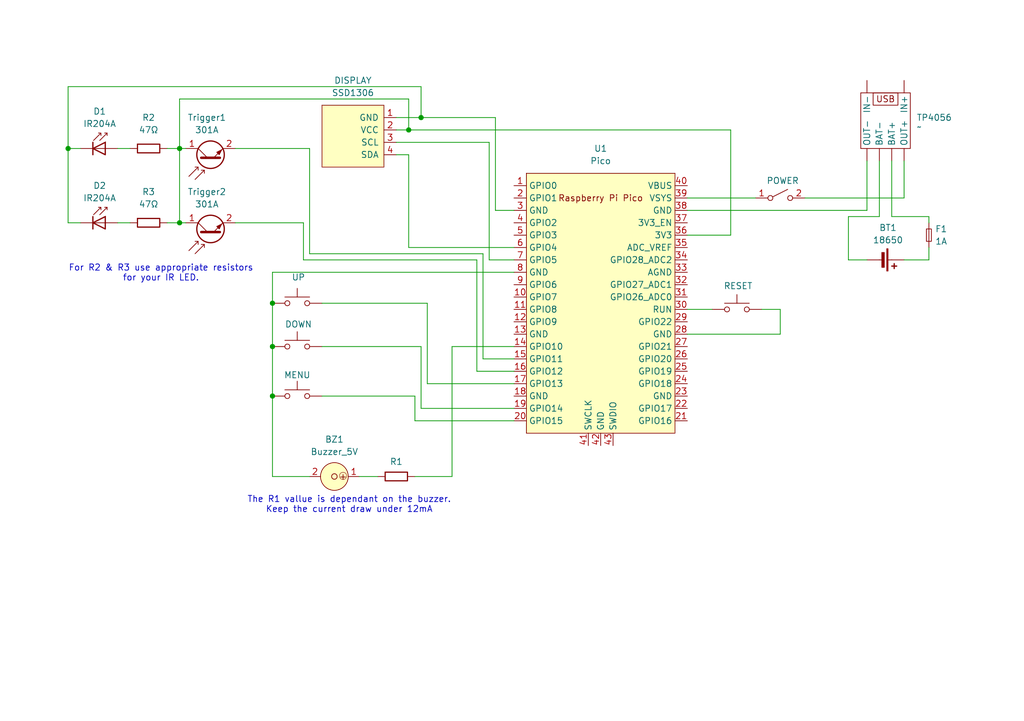
<source format=kicad_sch>
(kicad_sch (version 20231120) (generator "eeschema") (generator_version "8.0")
  (paper "A5")
  (lib_symbols
    (symbol "Device:Battery_Cell" (pin_numbers hide) (pin_names (offset 0) hide)
      (property "Reference" "BT" (at 2.54 2.54 0))
      (property "Value" "Battery_Cell" (at 2.54 0 0))
      (symbol "Battery_Cell_0_1"
        (rectangle (start -2.286 1.778) (end 2.286 1.524) (fill (type outline)))
        (rectangle (start -1.524 1.016) (end 1.524 0.508) (fill (type outline)))
        (polyline (pts (xy 0 0.762) (xy 0 0)))
        (polyline (pts (xy 0 1.778) (xy 0 2.54)))
        (polyline (pts (xy 0.762 3.048) (xy 1.778 3.048)) (stroke (width 0.254)))
        (polyline (pts (xy 1.27 3.556) (xy 1.27 2.54)) (stroke (width 0.254)))
      )
      (symbol "Battery_Cell_1_1"
        (pin passive line (at 0 5.08 270) (length 2.54) (name "+") (number "1"))
        (pin passive line (at 0 -2.54 90) (length 2.54) (name "-") (number "2"))
      )
    )
    (symbol "Device:Fuse_Small" (pin_numbers hide) (pin_names (offset 0.254) hide)
      (property "Reference" "F" (at 0 -1.524 0))
      (property "Value" "Fuse_Small" (at 0 1.524 0))
      (symbol "Fuse_Small_0_1"
        (rectangle (start -1.27 0.508) (end 1.27 -0.508))
        (polyline (pts (xy -1.27 0) (xy 1.27 0)))
      )
      (symbol "Fuse_Small_1_1"
        (pin passive line (at -2.54 0 0) (length 1.27) (name "~") (number "1"))
        (pin passive line (at 2.54 0 180) (length 1.27) (name "~") (number "2"))
      )
    )
    (symbol "LED:IR204A" (pin_numbers hide) (pin_names (offset 1.016) hide)
      (property "Reference" "D" (at 0.508 1.778 0))
      (property "Value" "IR204A" (at -1.016 -2.794 0))
      (symbol "IR204A_0_1"
        (polyline (pts (xy -2.54 1.27) (xy -2.54 -1.27)) (stroke (width 0.254)))
        (polyline (pts (xy 0 0) (xy -2.54 0)))
        (polyline (pts (xy 0.381 3.175) (xy -0.127 3.175)))
        (polyline (pts (xy -1.143 1.651) (xy 0.381 3.175) (xy 0.381 2.667)))
        (polyline (pts (xy 0 1.27) (xy -2.54 0) (xy 0 -1.27) (xy 0 1.27)) (stroke (width 0.254)))
        (polyline (pts (xy -2.413 1.651) (xy -0.889 3.175) (xy -0.889 2.667) (xy -0.889 3.175) (xy -1.397 3.175)))
      )
      (symbol "IR204A_1_1"
        (pin passive line (at -5.08 0 0) (length 2.54) (name "K") (number "1"))
        (pin passive line (at 2.54 0 180) (length 2.54) (name "A") (number "2"))
      )
    )
    (symbol "MCU_RaspberryPi_and_Boards:Pico"
      (property "Reference" "U" (at -13.97 27.94 0))
      (property "Value" "Pico" (at 0 19.05 0))
      (symbol "Pico_0_0"
        (text "Raspberry Pi Pico" (at 0 21.59 0) (effects (font (size 1.27 1.27))))
      )
      (symbol "Pico_0_1"
        (rectangle (start -15.24 26.67) (end 15.24 -26.67) (fill (type background)))
      )
      (symbol "Pico_1_1"
        (pin bidirectional line (at -17.78 24.13 0) (length 2.54) (name "GPIO0") (number "1"))
        (pin bidirectional line (at -17.78 1.27 0) (length 2.54) (name "GPIO7") (number "10"))
        (pin bidirectional line (at -17.78 -1.27 0) (length 2.54) (name "GPIO8") (number "11"))
        (pin bidirectional line (at -17.78 -3.81 0) (length 2.54) (name "GPIO9") (number "12"))
        (pin power_in line (at -17.78 -6.35 0) (length 2.54) (name "GND") (number "13"))
        (pin bidirectional line (at -17.78 -8.89 0) (length 2.54) (name "GPIO10") (number "14"))
        (pin bidirectional line (at -17.78 -11.43 0) (length 2.54) (name "GPIO11") (number "15"))
        (pin bidirectional line (at -17.78 -13.97 0) (length 2.54) (name "GPIO12") (number "16"))
        (pin bidirectional line (at -17.78 -16.51 0) (length 2.54) (name "GPIO13") (number "17"))
        (pin power_in line (at -17.78 -19.05 0) (length 2.54) (name "GND") (number "18"))
        (pin bidirectional line (at -17.78 -21.59 0) (length 2.54) (name "GPIO14") (number "19"))
        (pin bidirectional line (at -17.78 21.59 0) (length 2.54) (name "GPIO1") (number "2"))
        (pin bidirectional line (at -17.78 -24.13 0) (length 2.54) (name "GPIO15") (number "20"))
        (pin bidirectional line (at 17.78 -24.13 180) (length 2.54) (name "GPIO16") (number "21"))
        (pin bidirectional line (at 17.78 -21.59 180) (length 2.54) (name "GPIO17") (number "22"))
        (pin power_in line (at 17.78 -19.05 180) (length 2.54) (name "GND") (number "23"))
        (pin bidirectional line (at 17.78 -16.51 180) (length 2.54) (name "GPIO18") (number "24"))
        (pin bidirectional line (at 17.78 -13.97 180) (length 2.54) (name "GPIO19") (number "25"))
        (pin bidirectional line (at 17.78 -11.43 180) (length 2.54) (name "GPIO20") (number "26"))
        (pin bidirectional line (at 17.78 -8.89 180) (length 2.54) (name "GPIO21") (number "27"))
        (pin power_in line (at 17.78 -6.35 180) (length 2.54) (name "GND") (number "28"))
        (pin bidirectional line (at 17.78 -3.81 180) (length 2.54) (name "GPIO22") (number "29"))
        (pin power_in line (at -17.78 19.05 0) (length 2.54) (name "GND") (number "3"))
        (pin input line (at 17.78 -1.27 180) (length 2.54) (name "RUN") (number "30"))
        (pin bidirectional line (at 17.78 1.27 180) (length 2.54) (name "GPIO26_ADC0") (number "31"))
        (pin bidirectional line (at 17.78 3.81 180) (length 2.54) (name "GPIO27_ADC1") (number "32"))
        (pin power_in line (at 17.78 6.35 180) (length 2.54) (name "AGND") (number "33"))
        (pin bidirectional line (at 17.78 8.89 180) (length 2.54) (name "GPIO28_ADC2") (number "34"))
        (pin power_in line (at 17.78 11.43 180) (length 2.54) (name "ADC_VREF") (number "35"))
        (pin power_in line (at 17.78 13.97 180) (length 2.54) (name "3V3") (number "36"))
        (pin input line (at 17.78 16.51 180) (length 2.54) (name "3V3_EN") (number "37"))
        (pin bidirectional line (at 17.78 19.05 180) (length 2.54) (name "GND") (number "38"))
        (pin power_in line (at 17.78 21.59 180) (length 2.54) (name "VSYS") (number "39"))
        (pin bidirectional line (at -17.78 16.51 0) (length 2.54) (name "GPIO2") (number "4"))
        (pin power_in line (at 17.78 24.13 180) (length 2.54) (name "VBUS") (number "40"))
        (pin input line (at -2.54 -29.21 90) (length 2.54) (name "SWCLK") (number "41"))
        (pin power_in line (at 0 -29.21 90) (length 2.54) (name "GND") (number "42"))
        (pin bidirectional line (at 2.54 -29.21 90) (length 2.54) (name "SWDIO") (number "43"))
        (pin bidirectional line (at -17.78 13.97 0) (length 2.54) (name "GPIO3") (number "5"))
        (pin bidirectional line (at -17.78 11.43 0) (length 2.54) (name "GPIO4") (number "6"))
        (pin bidirectional line (at -17.78 8.89 0) (length 2.54) (name "GPIO5") (number "7"))
        (pin power_in line (at -17.78 6.35 0) (length 2.54) (name "GND") (number "8"))
        (pin bidirectional line (at -17.78 3.81 0) (length 2.54) (name "GPIO6") (number "9"))
      )
    )
    (symbol "PCM_SL_Devices:Buzzer_5V"
      (property "Reference" "BZ" (at 0 7.62 0))
      (property "Value" "Buzzer_5V" (at 0 5.08 0))
      (symbol "Buzzer_5V_0_0"
        (circle (center -1.778 -0.127) (radius 0.7405) (stroke (width 0.07)))
        (text "+" (at -1.778 0 0) (effects (font (size 1.27 1.27))))
      )
      (symbol "Buzzer_5V_0_1"
        (circle (center 0 0) (radius 0.568))
        (circle (center 0 0) (radius 2.8398) (fill (type background)))
      )
      (symbol "Buzzer_5V_1_1"
        (pin passive line (at -5.08 0 0) (length 2.2) (name "") (number "1"))
        (pin passive line (at 5.08 0 180) (length 2.2) (name "") (number "2"))
      )
    )
    (symbol "PCM_SL_Resistors:Resistor"
      (property "Reference" "R" (at 0 5.08 0))
      (property "Value" "Resistor" (at 0 2.54 0))
      (symbol "Resistor_0_1"
        (rectangle (start -2.286 0.889) (end 2.286 -0.889) (stroke (width 0.24)))
      )
      (symbol "Resistor_1_1"
        (pin passive line (at -3.81 0 0) (length 1.5) (name "") (number "1"))
        (pin passive line (at 3.81 0 180) (length 1.5) (name "~") (number "2"))
      )
    )
    (symbol "Power_Management:TP4056_MODULE"
      (property "Reference" "TP4056" (at 0 3.81 0))
      (symbol "TP4056_MODULE_0_1"
        (rectangle (start -5.08 -1.27) (end 5.08 -12.7))
        (rectangle (start -2.54 -1.27) (end 2.54 -3.81))
      )
      (symbol "TP4056_MODULE_1_1"
        (text "USB" (at 0 -2.54 0) (effects (font (size 1.27 1.27))))
        (pin bidirectional line (at 1.27 -15.24 90) (length 2.54) (name "BAT+") (number ""))
        (pin bidirectional line (at -1.27 -15.24 90) (length 2.54) (name "BAT-") (number ""))
        (pin input line (at 3.81 1.27 270) (length 2.54) (name "IN+") (number ""))
        (pin input line (at -3.81 1.27 270) (length 2.54) (name "IN-") (number ""))
        (pin output line (at 3.81 -15.24 90) (length 2.54) (name "OUT+") (number ""))
        (pin output line (at -3.81 -15.24 90) (length 2.54) (name "OUT-") (number ""))
      )
    )
    (symbol "SSD1306-128x64_OLED:SSD1306" (pin_names (offset 1.016))
      (property "Reference" "Brd" (at 0 -3.81 0))
      (property "Value" "SSD1306" (at 0 -1.27 0))
      (symbol "SSD1306_0_1"
        (rectangle (start -6.35 6.35) (end 6.35 -6.35) (fill (type background)))
      )
      (symbol "SSD1306_1_1"
        (pin input line (at -3.81 8.89 270) (length 2.54) (name "GND") (number "1"))
        (pin input line (at -1.27 8.89 270) (length 2.54) (name "VCC") (number "2"))
        (pin input line (at 1.27 8.89 270) (length 2.54) (name "SCL") (number "3"))
        (pin input line (at 3.81 8.89 270) (length 2.54) (name "SDA") (number "4"))
      )
    )
    (symbol "Sensor_Optical:SFH309" (pin_names (offset 0) hide)
      (property "Reference" "Q" (at 5.08 1.27 0))
      (property "Value" "SFH309" (at 5.08 -1.27 0))
      (symbol "SFH309_0_1"
        (polyline (pts (xy -1.905 1.27) (xy -2.54 1.27)))
        (polyline (pts (xy -1.27 2.54) (xy -1.905 2.54)))
        (polyline (pts (xy 0.635 0.635) (xy 2.54 2.54)))
        (polyline (pts (xy -3.81 3.175) (xy -1.905 1.27) (xy -1.905 1.905)))
        (polyline (pts (xy -3.175 4.445) (xy -1.27 2.54) (xy -1.27 3.175)))
        (polyline (pts (xy 0.635 -0.635) (xy 2.54 -2.54) (xy 2.54 -2.54)))
        (polyline (pts (xy 0.635 1.905) (xy 0.635 -1.905) (xy 0.635 -1.905)) (stroke (width 0.508)))
        (polyline (pts (xy 1.27 -1.778) (xy 1.778 -1.27) (xy 2.286 -2.286) (xy 1.27 -1.778) (xy 1.27 -1.778)) (fill (type outline)))
        (circle (center 1.27 0) (radius 2.8194) (stroke (width 0.254)))
      )
      (symbol "SFH309_1_1"
        (pin passive line (at 2.54 5.08 270) (length 2.54) (name "C") (number "1"))
        (pin passive line (at 2.54 -5.08 90) (length 2.54) (name "E") (number "2"))
      )
    )
    (symbol "Switch:SW_Push" (pin_numbers hide) (pin_names (offset 1.016) hide)
      (property "Reference" "SW" (at 1.27 2.54 0))
      (property "Value" "SW_Push" (at 0 -1.524 0))
      (symbol "SW_Push_0_1"
        (circle (center -2.032 0) (radius 0.508))
        (polyline (pts (xy 0 1.27) (xy 0 3.048)))
        (polyline (pts (xy 2.54 1.27) (xy -2.54 1.27)))
        (circle (center 2.032 0) (radius 0.508))
        (pin passive line (at -5.08 0 0) (length 2.54) (name "1") (number "1"))
        (pin passive line (at 5.08 0 180) (length 2.54) (name "2") (number "2"))
      )
    )
    (symbol "Switch:SW_SPST" (pin_names (offset 0) hide)
      (property "Reference" "SW" (at 0 3.175 0))
      (property "Value" "SW_SPST" (at 0 -2.54 0))
      (symbol "SW_SPST_0_0"
        (circle (center -2.032 0) (radius 0.508))
        (polyline (pts (xy -1.524 0.254) (xy 1.524 1.778)))
        (circle (center 2.032 0) (radius 0.508))
      )
      (symbol "SW_SPST_1_1"
        (pin passive line (at -5.08 0 0) (length 2.54) (name "A") (number "1"))
        (pin passive line (at 5.08 0 180) (length 2.54) (name "B") (number "2"))
      )
    )
  )
  (junction (at 36.83 30.48))
  (junction (at 86.36 24.13))
  (junction (at 36.83 45.72))
  (junction (at 83.82 26.67))
  (junction (at 55.88 71.12))
  (junction (at 55.88 81.28))
  (junction (at 13.97 30.48))
  (junction (at 55.88 62.23))
  (wire (pts (xy 55.88 71.12) (xy 55.88 81.28)))
  (wire (pts (xy 105.41 50.8) (xy 83.82 50.8)))
  (wire (pts (xy 87.63 62.23) (xy 87.63 78.74)))
  (wire (pts (xy 149.86 26.67) (xy 149.86 48.26)))
  (wire (pts (xy 173.99 53.34) (xy 173.99 44.45)))
  (wire (pts (xy 160.02 68.58) (xy 140.97 68.58)))
  (wire (pts (xy 24.13 30.48) (xy 26.67 30.48)))
  (wire (pts (xy 190.5 53.34) (xy 185.42 53.34)))
  (wire (pts (xy 101.6 43.18) (xy 101.6 24.13)))
  (wire (pts (xy 81.28 26.67) (xy 83.82 26.67)))
  (wire (pts (xy 55.88 97.79) (xy 55.88 81.28)))
  (wire (pts (xy 55.88 62.23) (xy 55.88 55.88)))
  (wire (pts (xy 92.71 97.79) (xy 85.09 97.79)))
  (wire (pts (xy 55.88 55.88) (xy 105.41 55.88)))
  (wire (pts (xy 100.33 29.21) (xy 100.33 53.34)))
  (wire (pts (xy 97.79 76.2) (xy 105.41 76.2)))
  (wire (pts (xy 182.88 33.02) (xy 182.88 44.45)))
  (wire (pts (xy 177.8 43.18) (xy 140.97 43.18)))
  (wire (pts (xy 87.63 78.74) (xy 105.41 78.74)))
  (wire (pts (xy 83.82 26.67) (xy 149.86 26.67)))
  (wire (pts (xy 182.88 44.45) (xy 190.5 44.45)))
  (wire (pts (xy 36.83 30.48) (xy 36.83 45.72)))
  (wire (pts (xy 48.26 45.72) (xy 62.23 45.72)))
  (wire (pts (xy 85.09 81.28) (xy 85.09 86.36)))
  (wire (pts (xy 86.36 17.78) (xy 86.36 24.13)))
  (wire (pts (xy 86.36 83.82) (xy 105.41 83.82)))
  (wire (pts (xy 177.8 33.02) (xy 177.8 43.18)))
  (wire (pts (xy 16.51 45.72) (xy 13.97 45.72)))
  (wire (pts (xy 63.5 30.48) (xy 48.26 30.48)))
  (wire (pts (xy 97.79 53.34) (xy 97.79 76.2)))
  (wire (pts (xy 36.83 45.72) (xy 38.1 45.72)))
  (wire (pts (xy 13.97 30.48) (xy 13.97 45.72)))
  (wire (pts (xy 99.06 73.66) (xy 99.06 52.07)))
  (wire (pts (xy 140.97 48.26) (xy 149.86 48.26)))
  (wire (pts (xy 156.21 63.5) (xy 160.02 63.5)))
  (wire (pts (xy 13.97 17.78) (xy 86.36 17.78)))
  (wire (pts (xy 24.13 45.72) (xy 26.67 45.72)))
  (wire (pts (xy 16.51 30.48) (xy 13.97 30.48)))
  (wire (pts (xy 190.5 44.45) (xy 190.5 45.72)))
  (wire (pts (xy 85.09 86.36) (xy 105.41 86.36)))
  (wire (pts (xy 66.04 71.12) (xy 86.36 71.12)))
  (wire (pts (xy 105.41 73.66) (xy 99.06 73.66)))
  (wire (pts (xy 34.29 30.48) (xy 36.83 30.48)))
  (wire (pts (xy 99.06 52.07) (xy 63.5 52.07)))
  (wire (pts (xy 185.42 33.02) (xy 185.42 40.64)))
  (wire (pts (xy 83.82 31.75) (xy 81.28 31.75)))
  (wire (pts (xy 83.82 20.32) (xy 83.82 26.67)))
  (wire (pts (xy 36.83 30.48) (xy 38.1 30.48)))
  (wire (pts (xy 86.36 71.12) (xy 86.36 83.82)))
  (wire (pts (xy 66.04 62.23) (xy 87.63 62.23)))
  (wire (pts (xy 34.29 45.72) (xy 36.83 45.72)))
  (wire (pts (xy 62.23 45.72) (xy 62.23 53.34)))
  (wire (pts (xy 105.41 71.12) (xy 92.71 71.12)))
  (wire (pts (xy 173.99 44.45) (xy 180.34 44.45)))
  (wire (pts (xy 63.5 97.79) (xy 55.88 97.79)))
  (wire (pts (xy 81.28 24.13) (xy 86.36 24.13)))
  (wire (pts (xy 160.02 63.5) (xy 160.02 68.58)))
  (wire (pts (xy 105.41 43.18) (xy 101.6 43.18)))
  (wire (pts (xy 73.66 97.79) (xy 77.47 97.79)))
  (wire (pts (xy 180.34 44.45) (xy 180.34 33.02)))
  (wire (pts (xy 165.1 40.64) (xy 185.42 40.64)))
  (wire (pts (xy 177.8 53.34) (xy 173.99 53.34)))
  (wire (pts (xy 92.71 71.12) (xy 92.71 97.79)))
  (wire (pts (xy 140.97 40.64) (xy 154.94 40.64)))
  (wire (pts (xy 63.5 52.07) (xy 63.5 30.48)))
  (wire (pts (xy 83.82 50.8) (xy 83.82 31.75)))
  (wire (pts (xy 81.28 29.21) (xy 100.33 29.21)))
  (wire (pts (xy 36.83 20.32) (xy 83.82 20.32)))
  (wire (pts (xy 140.97 63.5) (xy 146.05 63.5)))
  (wire (pts (xy 55.88 62.23) (xy 55.88 71.12)))
  (wire (pts (xy 62.23 53.34) (xy 97.79 53.34)))
  (wire (pts (xy 66.04 81.28) (xy 85.09 81.28)))
  (wire (pts (xy 13.97 30.48) (xy 13.97 17.78)))
  (wire (pts (xy 100.33 53.34) (xy 105.41 53.34)))
  (wire (pts (xy 190.5 50.8) (xy 190.5 53.34)))
  (wire (pts (xy 36.83 20.32) (xy 36.83 30.48)))
  (wire (pts (xy 86.36 24.13) (xy 101.6 24.13)))
  (text "For R2 & R3 use appropriate resistors\nfor your IR LED." (at 33.02 56.134 0) (effects (font (size 1.27 1.27))))
  (text "The R1 vallue is dependant on the buzzer.\nKeep the current draw under 12mA" (at 71.628 103.632 0) (effects (font (size 1.27 1.27))))
  (symbol (lib_id "Switch:SW_SPST") (at 160.02 40.64 0) (unit 1)
    (property "Reference" "POWER" (at 160.528 37.084 0))
    (property "Value" "SW_SPST" (effects (hide yes)))
    (property "Description" "Single Pole Single Throw (SPST) switch" (effects (hide yes)))
  )
  (symbol (lib_id "Sensor_Optical:SFH309") (at 43.18 48.26 90) (unit 1)
    (property "Reference" "Trigger2" (at 42.4307 39.37 90))
    (property "Value" "301A" (at 42.4307 41.91 90))
    (property "Footprint" "LED_THT:LED_D3.0mm_Clear" (effects (hide yes)))
    (property "Datasheet" "http://www.osram-os.com/Graphics/XPic2/00101811_0.pdf/SFH%20309,%20SFH%20309%20FA,%20Lead%20(Pb)%20Free%20Product%20-%20RoHS%20Compliant.pdf" (effects (hide yes)))
    (property "Description" "Phototransistor NPN" (effects (hide yes)))
  )
  (symbol (lib_id "Switch:SW_Push") (at 151.13 63.5 0) (unit 1)
    (property "Reference" "RESET" (at 151.384 58.674 0))
    (property "Value" "SW_Push" (effects (hide yes)))
    (property "Description" "Push button switch, generic, two pins" (effects (hide yes)))
  )
  (symbol (lib_id "Device:Fuse_Small") (at 190.5 48.26 90) (unit 1)
    (property "Reference" "F1" (at 191.77 46.9899 90) (effects (justify right)))
    (property "Value" "1A" (at 191.77 49.5299 90) (effects (justify right)))
    (property "Description" "Fuse, small symbol" (effects (hide yes)))
  )
  (symbol (lib_id "PCM_SL_Resistors:Resistor") (at 81.28 97.79 0) (unit 1)
    (property "Reference" "R1" (at 81.28 94.742 0))
    (property "Value" "Resistor" (effects (hide yes)))
    (property "Footprint" "Resistor_THT:R_Axial_DIN0207_L6.3mm_D2.5mm_P10.16mm_Horizontal" (effects (hide yes)))
    (property "Description" "1/4W Resistor" (effects (hide yes)))
  )
  (symbol (lib_id "PCM_SL_Resistors:Resistor") (at 30.48 45.72 0) (unit 1)
    (property "Reference" "R3" (at 30.48 39.37 0))
    (property "Value" "47Ω" (at 30.48 41.91 0))
    (property "Footprint" "Resistor_THT:R_Axial_DIN0207_L6.3mm_D2.5mm_P10.16mm_Horizontal" (effects (hide yes)))
    (property "Description" "1/4W Resistor" (effects (hide yes)))
  )
  (symbol (lib_id "Switch:SW_Push") (at 60.96 81.28 0) (unit 1)
    (property "Reference" "MENU" (at 60.96 76.962 0))
    (property "Value" "SW_Push" (effects (hide yes)))
    (property "Description" "Push button switch, generic, two pins" (effects (hide yes)))
  )
  (symbol (lib_id "Switch:SW_Push") (at 60.96 71.12 0) (unit 1)
    (property "Reference" "DOWN" (at 61.214 66.548 0))
    (property "Value" "SW_Push" (effects (hide yes)))
    (property "Description" "Push button switch, generic, two pins" (effects (hide yes)))
  )
  (symbol (lib_id "LED:IR204A") (at 21.59 45.72 0) (unit 1)
    (property "Reference" "D2" (at 20.447 38.1 0))
    (property "Value" "IR204A" (at 20.447 40.64 0))
    (property "Footprint" "LED_THT:LED_D3.0mm_IRBlack" (effects (hide yes)))
    (property "Datasheet" "http://www.everlight.com/file/ProductFile/IR204-A.pdf" (effects (hide yes)))
    (property "Description" "Infrared LED , 3mm LED package" (effects (hide yes)))
  )
  (symbol (lib_id "Device:Battery_Cell") (at 180.34 53.34 270) (unit 1)
    (property "Reference" "BT1" (at 182.118 46.736 90))
    (property "Value" "18650" (at 182.118 49.276 90))
    (property "Description" "Single-cell battery" (effects (hide yes)))
  )
  (symbol (lib_id "Sensor_Optical:SFH309") (at 43.18 33.02 90) (unit 1)
    (property "Reference" "Trigger1" (at 42.4307 24.13 90))
    (property "Value" "301A" (at 42.4307 26.67 90))
    (property "Footprint" "LED_THT:LED_D3.0mm_Clear" (effects (hide yes)))
    (property "Datasheet" "http://www.osram-os.com/Graphics/XPic2/00101811_0.pdf/SFH%20309,%20SFH%20309%20FA,%20Lead%20(Pb)%20Free%20Product%20-%20RoHS%20Compliant.pdf" (effects (hide yes)))
    (property "Description" "Phototransistor NPN" (effects (hide yes)))
  )
  (symbol (lib_id "Switch:SW_Push") (at 60.96 62.23 0) (unit 1)
    (property "Reference" "UP" (at 61.214 56.896 0))
    (property "Value" "SW_Push" (effects (hide yes)))
    (property "Description" "Push button switch, generic, two pins" (effects (hide yes)))
  )
  (symbol (lib_id "PCM_SL_Devices:Buzzer_5V") (at 68.58 97.79 180) (unit 1)
    (property "Reference" "BZ1" (at 68.58 90.17 0))
    (property "Value" "Buzzer_5V" (at 68.58 92.71 0))
    (property "Footprint" "Buzzer_Beeper:MagneticBuzzer_ProSignal_ABT-410-RC" (effects (hide yes)))
    (property "Description" "Buzzer 5V" (effects (hide yes)))
  )
  (symbol (lib_id "LED:IR204A") (at 21.59 30.48 0) (unit 1)
    (property "Reference" "D1" (at 20.447 22.86 0))
    (property "Value" "IR204A" (at 20.447 25.4 0))
    (property "Footprint" "LED_THT:LED_D3.0mm_IRBlack" (effects (hide yes)))
    (property "Datasheet" "http://www.everlight.com/file/ProductFile/IR204-A.pdf" (effects (hide yes)))
    (property "Description" "Infrared LED , 3mm LED package" (effects (hide yes)))
  )
  (symbol (lib_id "MCU_RaspberryPi_and_Boards:Pico") (at 123.19 62.23 0) (unit 1)
    (property "Reference" "U1" (at 123.19 30.48 0))
    (property "Value" "Pico" (at 123.19 33.02 0))
    (property "Footprint" "RPi_Pico:RPi_Pico_SMD_TH" (effects (hide yes)))
  )
  (symbol (lib_id "SSD1306-128x64_OLED:SSD1306") (at 72.39 27.94 270) (unit 1)
    (property "Reference" "DISPLAY" (at 72.39 16.51 90))
    (property "Value" "SSD1306" (at 72.39 19.05 90))
  )
  (symbol (lib_id "PCM_SL_Resistors:Resistor") (at 30.48 30.48 0) (unit 1)
    (property "Reference" "R2" (at 30.48 24.13 0))
    (property "Value" "47Ω" (at 30.48 26.67 0))
    (property "Footprint" "Resistor_THT:R_Axial_DIN0207_L6.3mm_D2.5mm_P10.16mm_Horizontal" (effects (hide yes)))
    (property "Description" "1/4W Resistor" (effects (hide yes)))
  )
  (symbol (lib_id "Power_Management:TP4056_MODULE") (at 181.61 17.78 0) (unit 1)
    (property "Reference" "TP4056" (at 187.96 24.1299 0) (effects (justify left)))
    (property "Value" "~" (at 187.96 26.035 0) (effects (justify left)))
  )
)
</source>
